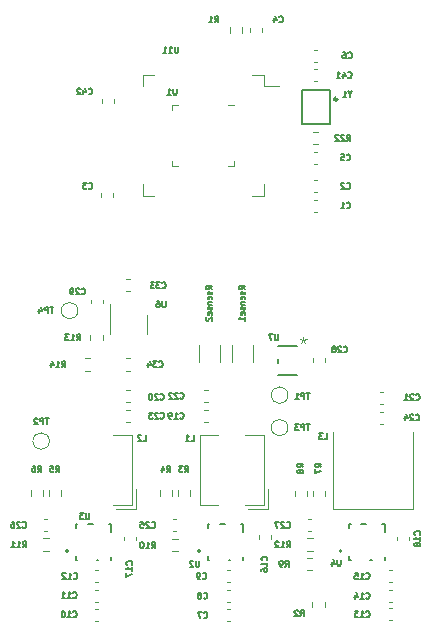
<source format=gbo>
%TF.GenerationSoftware,KiCad,Pcbnew,(6.0.6)*%
%TF.CreationDate,2022-07-08T14:59:32+02:00*%
%TF.ProjectId,XCOMMS_Interface,58434f4d-4d53-45f4-996e-746572666163,rev?*%
%TF.SameCoordinates,Original*%
%TF.FileFunction,Legend,Bot*%
%TF.FilePolarity,Positive*%
%FSLAX46Y46*%
G04 Gerber Fmt 4.6, Leading zero omitted, Abs format (unit mm)*
G04 Created by KiCad (PCBNEW (6.0.6)) date 2022-07-08 14:59:32*
%MOMM*%
%LPD*%
G01*
G04 APERTURE LIST*
%ADD10C,0.127000*%
%ADD11C,0.076200*%
%ADD12C,0.120000*%
%ADD13C,0.152400*%
%ADD14C,0.200000*%
%ADD15C,0.254000*%
G04 APERTURE END LIST*
D10*
%TO.C,U6*%
X143770047Y-100019791D02*
X143770047Y-100431029D01*
X143745857Y-100479410D01*
X143721666Y-100503601D01*
X143673285Y-100527791D01*
X143576523Y-100527791D01*
X143528142Y-100503601D01*
X143503952Y-100479410D01*
X143479761Y-100431029D01*
X143479761Y-100019791D01*
X143020142Y-100019791D02*
X143116904Y-100019791D01*
X143165285Y-100043982D01*
X143189476Y-100068172D01*
X143237857Y-100140743D01*
X143262047Y-100237505D01*
X143262047Y-100431029D01*
X143237857Y-100479410D01*
X143213666Y-100503601D01*
X143165285Y-100527791D01*
X143068523Y-100527791D01*
X143020142Y-100503601D01*
X142995952Y-100479410D01*
X142971761Y-100431029D01*
X142971761Y-100310077D01*
X142995952Y-100261696D01*
X143020142Y-100237505D01*
X143068523Y-100213315D01*
X143165285Y-100213315D01*
X143213666Y-100237505D01*
X143237857Y-100261696D01*
X143262047Y-100310077D01*
%TO.C,C9*%
X146896666Y-123498428D02*
X146920857Y-123522619D01*
X146993428Y-123546809D01*
X147041809Y-123546809D01*
X147114380Y-123522619D01*
X147162761Y-123474238D01*
X147186952Y-123425857D01*
X147211142Y-123329095D01*
X147211142Y-123256523D01*
X147186952Y-123159761D01*
X147162761Y-123111380D01*
X147114380Y-123063000D01*
X147041809Y-123038809D01*
X146993428Y-123038809D01*
X146920857Y-123063000D01*
X146896666Y-123087190D01*
X146654761Y-123546809D02*
X146558000Y-123546809D01*
X146509619Y-123522619D01*
X146485428Y-123498428D01*
X146437047Y-123425857D01*
X146412857Y-123329095D01*
X146412857Y-123135571D01*
X146437047Y-123087190D01*
X146461238Y-123063000D01*
X146509619Y-123038809D01*
X146606380Y-123038809D01*
X146654761Y-123063000D01*
X146678952Y-123087190D01*
X146703142Y-123135571D01*
X146703142Y-123256523D01*
X146678952Y-123304904D01*
X146654761Y-123329095D01*
X146606380Y-123353285D01*
X146509619Y-123353285D01*
X146461238Y-123329095D01*
X146437047Y-123304904D01*
X146412857Y-123256523D01*
%TO.C,R10*%
X142573469Y-120929809D02*
X142742802Y-120687904D01*
X142863755Y-120929809D02*
X142863755Y-120421809D01*
X142670231Y-120421809D01*
X142621850Y-120446000D01*
X142597659Y-120470190D01*
X142573469Y-120518571D01*
X142573469Y-120591142D01*
X142597659Y-120639523D01*
X142621850Y-120663714D01*
X142670231Y-120687904D01*
X142863755Y-120687904D01*
X142089659Y-120929809D02*
X142379945Y-120929809D01*
X142234802Y-120929809D02*
X142234802Y-120421809D01*
X142283183Y-120494380D01*
X142331564Y-120542761D01*
X142379945Y-120566952D01*
X141775183Y-120421809D02*
X141726802Y-120421809D01*
X141678421Y-120446000D01*
X141654231Y-120470190D01*
X141630040Y-120518571D01*
X141605850Y-120615333D01*
X141605850Y-120736285D01*
X141630040Y-120833047D01*
X141654231Y-120881428D01*
X141678421Y-120905619D01*
X141726802Y-120929809D01*
X141775183Y-120929809D01*
X141823564Y-120905619D01*
X141847755Y-120881428D01*
X141871945Y-120833047D01*
X141896136Y-120736285D01*
X141896136Y-120615333D01*
X141871945Y-120518571D01*
X141847755Y-120470190D01*
X141823564Y-120446000D01*
X141775183Y-120421809D01*
%TO.C,TP2*%
X133864047Y-109957809D02*
X133573761Y-109957809D01*
X133718904Y-110465809D02*
X133718904Y-109957809D01*
X133404428Y-110465809D02*
X133404428Y-109957809D01*
X133210904Y-109957809D01*
X133162523Y-109982000D01*
X133138333Y-110006190D01*
X133114142Y-110054571D01*
X133114142Y-110127142D01*
X133138333Y-110175523D01*
X133162523Y-110199714D01*
X133210904Y-110223904D01*
X133404428Y-110223904D01*
X132920619Y-110006190D02*
X132896428Y-109982000D01*
X132848047Y-109957809D01*
X132727095Y-109957809D01*
X132678714Y-109982000D01*
X132654523Y-110006190D01*
X132630333Y-110054571D01*
X132630333Y-110102952D01*
X132654523Y-110175523D01*
X132944809Y-110465809D01*
X132630333Y-110465809D01*
%TO.C,TP3*%
X155962047Y-110465809D02*
X155671761Y-110465809D01*
X155816904Y-110973809D02*
X155816904Y-110465809D01*
X155502428Y-110973809D02*
X155502428Y-110465809D01*
X155308904Y-110465809D01*
X155260523Y-110490000D01*
X155236333Y-110514190D01*
X155212142Y-110562571D01*
X155212142Y-110635142D01*
X155236333Y-110683523D01*
X155260523Y-110707714D01*
X155308904Y-110731904D01*
X155502428Y-110731904D01*
X155042809Y-110465809D02*
X154728333Y-110465809D01*
X154897666Y-110659333D01*
X154825095Y-110659333D01*
X154776714Y-110683523D01*
X154752523Y-110707714D01*
X154728333Y-110756095D01*
X154728333Y-110877047D01*
X154752523Y-110925428D01*
X154776714Y-110949619D01*
X154825095Y-110973809D01*
X154970238Y-110973809D01*
X155018619Y-110949619D01*
X155042809Y-110925428D01*
%TO.C,C41*%
X159203571Y-81080428D02*
X159227761Y-81104619D01*
X159300333Y-81128809D01*
X159348714Y-81128809D01*
X159421285Y-81104619D01*
X159469666Y-81056238D01*
X159493857Y-81007857D01*
X159518047Y-80911095D01*
X159518047Y-80838523D01*
X159493857Y-80741761D01*
X159469666Y-80693380D01*
X159421285Y-80645000D01*
X159348714Y-80620809D01*
X159300333Y-80620809D01*
X159227761Y-80645000D01*
X159203571Y-80669190D01*
X158768142Y-80790142D02*
X158768142Y-81128809D01*
X158889095Y-80596619D02*
X159010047Y-80959476D01*
X158695571Y-80959476D01*
X158235952Y-81128809D02*
X158526238Y-81128809D01*
X158381095Y-81128809D02*
X158381095Y-80620809D01*
X158429476Y-80693380D01*
X158477857Y-80741761D01*
X158526238Y-80765952D01*
%TO.C,R11*%
X131651469Y-120884344D02*
X131820802Y-120642439D01*
X131941755Y-120884344D02*
X131941755Y-120376344D01*
X131748231Y-120376344D01*
X131699850Y-120400535D01*
X131675659Y-120424725D01*
X131651469Y-120473106D01*
X131651469Y-120545677D01*
X131675659Y-120594058D01*
X131699850Y-120618249D01*
X131748231Y-120642439D01*
X131941755Y-120642439D01*
X131167659Y-120884344D02*
X131457945Y-120884344D01*
X131312802Y-120884344D02*
X131312802Y-120376344D01*
X131361183Y-120448915D01*
X131409564Y-120497296D01*
X131457945Y-120521487D01*
X130683850Y-120884344D02*
X130974136Y-120884344D01*
X130828993Y-120884344D02*
X130828993Y-120376344D01*
X130877374Y-120448915D01*
X130925755Y-120497296D01*
X130974136Y-120521487D01*
%TO.C,C12*%
X135962571Y-123498428D02*
X135986761Y-123522619D01*
X136059333Y-123546809D01*
X136107714Y-123546809D01*
X136180285Y-123522619D01*
X136228666Y-123474238D01*
X136252857Y-123425857D01*
X136277047Y-123329095D01*
X136277047Y-123256523D01*
X136252857Y-123159761D01*
X136228666Y-123111380D01*
X136180285Y-123063000D01*
X136107714Y-123038809D01*
X136059333Y-123038809D01*
X135986761Y-123063000D01*
X135962571Y-123087190D01*
X135478761Y-123546809D02*
X135769047Y-123546809D01*
X135623904Y-123546809D02*
X135623904Y-123038809D01*
X135672285Y-123111380D01*
X135720666Y-123159761D01*
X135769047Y-123183952D01*
X135285238Y-123087190D02*
X135261047Y-123063000D01*
X135212666Y-123038809D01*
X135091714Y-123038809D01*
X135043333Y-123063000D01*
X135019142Y-123087190D01*
X134994952Y-123135571D01*
X134994952Y-123183952D01*
X135019142Y-123256523D01*
X135309428Y-123546809D01*
X134994952Y-123546809D01*
%TO.C,C13*%
X160727571Y-126739963D02*
X160751761Y-126764154D01*
X160824333Y-126788344D01*
X160872714Y-126788344D01*
X160945285Y-126764154D01*
X160993666Y-126715773D01*
X161017857Y-126667392D01*
X161042047Y-126570630D01*
X161042047Y-126498058D01*
X161017857Y-126401296D01*
X160993666Y-126352915D01*
X160945285Y-126304535D01*
X160872714Y-126280344D01*
X160824333Y-126280344D01*
X160751761Y-126304535D01*
X160727571Y-126328725D01*
X160243761Y-126788344D02*
X160534047Y-126788344D01*
X160388904Y-126788344D02*
X160388904Y-126280344D01*
X160437285Y-126352915D01*
X160485666Y-126401296D01*
X160534047Y-126425487D01*
X160074428Y-126280344D02*
X159759952Y-126280344D01*
X159929285Y-126473868D01*
X159856714Y-126473868D01*
X159808333Y-126498058D01*
X159784142Y-126522249D01*
X159759952Y-126570630D01*
X159759952Y-126691582D01*
X159784142Y-126739963D01*
X159808333Y-126764154D01*
X159856714Y-126788344D01*
X160001857Y-126788344D01*
X160050238Y-126764154D01*
X160074428Y-126739963D01*
%TO.C,R7*%
X156954707Y-114115333D02*
X156712802Y-113946000D01*
X156954707Y-113825047D02*
X156446707Y-113825047D01*
X156446707Y-114018571D01*
X156470898Y-114066952D01*
X156495088Y-114091142D01*
X156543469Y-114115333D01*
X156616040Y-114115333D01*
X156664421Y-114091142D01*
X156688612Y-114066952D01*
X156712802Y-114018571D01*
X156712802Y-113825047D01*
X156446707Y-114284666D02*
X156446707Y-114623333D01*
X156954707Y-114405619D01*
%TO.C,C5*%
X159088666Y-88065428D02*
X159112857Y-88089619D01*
X159185428Y-88113809D01*
X159233809Y-88113809D01*
X159306380Y-88089619D01*
X159354761Y-88041238D01*
X159378952Y-87992857D01*
X159403142Y-87896095D01*
X159403142Y-87823523D01*
X159378952Y-87726761D01*
X159354761Y-87678380D01*
X159306380Y-87630000D01*
X159233809Y-87605809D01*
X159185428Y-87605809D01*
X159112857Y-87630000D01*
X159088666Y-87654190D01*
X158629047Y-87605809D02*
X158870952Y-87605809D01*
X158895142Y-87847714D01*
X158870952Y-87823523D01*
X158822571Y-87799333D01*
X158701619Y-87799333D01*
X158653238Y-87823523D01*
X158629047Y-87847714D01*
X158604857Y-87896095D01*
X158604857Y-88017047D01*
X158629047Y-88065428D01*
X158653238Y-88089619D01*
X158701619Y-88113809D01*
X158822571Y-88113809D01*
X158870952Y-88089619D01*
X158895142Y-88065428D01*
%TO.C,C26*%
X131640571Y-119181428D02*
X131664761Y-119205619D01*
X131737333Y-119229809D01*
X131785714Y-119229809D01*
X131858285Y-119205619D01*
X131906666Y-119157238D01*
X131930857Y-119108857D01*
X131955047Y-119012095D01*
X131955047Y-118939523D01*
X131930857Y-118842761D01*
X131906666Y-118794380D01*
X131858285Y-118746000D01*
X131785714Y-118721809D01*
X131737333Y-118721809D01*
X131664761Y-118746000D01*
X131640571Y-118770190D01*
X131447047Y-118770190D02*
X131422857Y-118746000D01*
X131374476Y-118721809D01*
X131253523Y-118721809D01*
X131205142Y-118746000D01*
X131180952Y-118770190D01*
X131156761Y-118818571D01*
X131156761Y-118866952D01*
X131180952Y-118939523D01*
X131471238Y-119229809D01*
X131156761Y-119229809D01*
X130721333Y-118721809D02*
X130818095Y-118721809D01*
X130866476Y-118746000D01*
X130890666Y-118770190D01*
X130939047Y-118842761D01*
X130963238Y-118939523D01*
X130963238Y-119133047D01*
X130939047Y-119181428D01*
X130914857Y-119205619D01*
X130866476Y-119229809D01*
X130769714Y-119229809D01*
X130721333Y-119205619D01*
X130697142Y-119181428D01*
X130672952Y-119133047D01*
X130672952Y-119012095D01*
X130697142Y-118963714D01*
X130721333Y-118939523D01*
X130769714Y-118915333D01*
X130866476Y-118915333D01*
X130914857Y-118939523D01*
X130939047Y-118963714D01*
X130963238Y-119012095D01*
%TO.C,C25*%
X142573469Y-119181428D02*
X142597659Y-119205619D01*
X142670231Y-119229809D01*
X142718612Y-119229809D01*
X142791183Y-119205619D01*
X142839564Y-119157238D01*
X142863755Y-119108857D01*
X142887945Y-119012095D01*
X142887945Y-118939523D01*
X142863755Y-118842761D01*
X142839564Y-118794380D01*
X142791183Y-118746000D01*
X142718612Y-118721809D01*
X142670231Y-118721809D01*
X142597659Y-118746000D01*
X142573469Y-118770190D01*
X142379945Y-118770190D02*
X142355755Y-118746000D01*
X142307374Y-118721809D01*
X142186421Y-118721809D01*
X142138040Y-118746000D01*
X142113850Y-118770190D01*
X142089659Y-118818571D01*
X142089659Y-118866952D01*
X142113850Y-118939523D01*
X142404136Y-119229809D01*
X142089659Y-119229809D01*
X141630040Y-118721809D02*
X141871945Y-118721809D01*
X141896136Y-118963714D01*
X141871945Y-118939523D01*
X141823564Y-118915333D01*
X141702612Y-118915333D01*
X141654231Y-118939523D01*
X141630040Y-118963714D01*
X141605850Y-119012095D01*
X141605850Y-119133047D01*
X141630040Y-119181428D01*
X141654231Y-119205619D01*
X141702612Y-119229809D01*
X141823564Y-119229809D01*
X141871945Y-119205619D01*
X141896136Y-119181428D01*
%TO.C,C15*%
X160719673Y-123498428D02*
X160743863Y-123522619D01*
X160816435Y-123546809D01*
X160864816Y-123546809D01*
X160937387Y-123522619D01*
X160985768Y-123474238D01*
X161009959Y-123425857D01*
X161034149Y-123329095D01*
X161034149Y-123256523D01*
X161009959Y-123159761D01*
X160985768Y-123111380D01*
X160937387Y-123063000D01*
X160864816Y-123038809D01*
X160816435Y-123038809D01*
X160743863Y-123063000D01*
X160719673Y-123087190D01*
X160235863Y-123546809D02*
X160526149Y-123546809D01*
X160381006Y-123546809D02*
X160381006Y-123038809D01*
X160429387Y-123111380D01*
X160477768Y-123159761D01*
X160526149Y-123183952D01*
X159776244Y-123038809D02*
X160018149Y-123038809D01*
X160042340Y-123280714D01*
X160018149Y-123256523D01*
X159969768Y-123232333D01*
X159848816Y-123232333D01*
X159800435Y-123256523D01*
X159776244Y-123280714D01*
X159752054Y-123329095D01*
X159752054Y-123450047D01*
X159776244Y-123498428D01*
X159800435Y-123522619D01*
X159848816Y-123546809D01*
X159969768Y-123546809D01*
X160018149Y-123522619D01*
X160042340Y-123498428D01*
%TO.C,C16*%
X152334326Y-121974428D02*
X152358517Y-121950238D01*
X152382707Y-121877666D01*
X152382707Y-121829285D01*
X152358517Y-121756714D01*
X152310136Y-121708333D01*
X152261755Y-121684142D01*
X152164993Y-121659952D01*
X152092421Y-121659952D01*
X151995659Y-121684142D01*
X151947278Y-121708333D01*
X151898898Y-121756714D01*
X151874707Y-121829285D01*
X151874707Y-121877666D01*
X151898898Y-121950238D01*
X151923088Y-121974428D01*
X152382707Y-122458238D02*
X152382707Y-122167952D01*
X152382707Y-122313095D02*
X151874707Y-122313095D01*
X151947278Y-122264714D01*
X151995659Y-122216333D01*
X152019850Y-122167952D01*
X151874707Y-122893666D02*
X151874707Y-122796904D01*
X151898898Y-122748523D01*
X151923088Y-122724333D01*
X151995659Y-122675952D01*
X152092421Y-122651761D01*
X152285945Y-122651761D01*
X152334326Y-122675952D01*
X152358517Y-122700142D01*
X152382707Y-122748523D01*
X152382707Y-122845285D01*
X152358517Y-122893666D01*
X152334326Y-122917857D01*
X152285945Y-122942047D01*
X152164993Y-122942047D01*
X152116612Y-122917857D01*
X152092421Y-122893666D01*
X152068231Y-122845285D01*
X152068231Y-122748523D01*
X152092421Y-122700142D01*
X152116612Y-122675952D01*
X152164993Y-122651761D01*
%TO.C,C29*%
X136632475Y-99407505D02*
X136656665Y-99431696D01*
X136729237Y-99455886D01*
X136777618Y-99455886D01*
X136850189Y-99431696D01*
X136898570Y-99383315D01*
X136922761Y-99334934D01*
X136946951Y-99238172D01*
X136946951Y-99165600D01*
X136922761Y-99068838D01*
X136898570Y-99020457D01*
X136850189Y-98972077D01*
X136777618Y-98947886D01*
X136729237Y-98947886D01*
X136656665Y-98972077D01*
X136632475Y-98996267D01*
X136438951Y-98996267D02*
X136414761Y-98972077D01*
X136366380Y-98947886D01*
X136245427Y-98947886D01*
X136197046Y-98972077D01*
X136172856Y-98996267D01*
X136148665Y-99044648D01*
X136148665Y-99093029D01*
X136172856Y-99165600D01*
X136463142Y-99455886D01*
X136148665Y-99455886D01*
X135906761Y-99455886D02*
X135809999Y-99455886D01*
X135761618Y-99431696D01*
X135737427Y-99407505D01*
X135689046Y-99334934D01*
X135664856Y-99238172D01*
X135664856Y-99044648D01*
X135689046Y-98996267D01*
X135713237Y-98972077D01*
X135761618Y-98947886D01*
X135858380Y-98947886D01*
X135906761Y-98972077D01*
X135930951Y-98996267D01*
X135955142Y-99044648D01*
X135955142Y-99165600D01*
X135930951Y-99213981D01*
X135906761Y-99238172D01*
X135858380Y-99262362D01*
X135761618Y-99262362D01*
X135713237Y-99238172D01*
X135689046Y-99213981D01*
X135664856Y-99165600D01*
%TO.C,C20*%
X143315571Y-108336963D02*
X143339761Y-108361154D01*
X143412333Y-108385344D01*
X143460714Y-108385344D01*
X143533285Y-108361154D01*
X143581666Y-108312773D01*
X143605857Y-108264392D01*
X143630047Y-108167630D01*
X143630047Y-108095058D01*
X143605857Y-107998296D01*
X143581666Y-107949915D01*
X143533285Y-107901535D01*
X143460714Y-107877344D01*
X143412333Y-107877344D01*
X143339761Y-107901535D01*
X143315571Y-107925725D01*
X143122047Y-107925725D02*
X143097857Y-107901535D01*
X143049476Y-107877344D01*
X142928523Y-107877344D01*
X142880142Y-107901535D01*
X142855952Y-107925725D01*
X142831761Y-107974106D01*
X142831761Y-108022487D01*
X142855952Y-108095058D01*
X143146238Y-108385344D01*
X142831761Y-108385344D01*
X142517285Y-107877344D02*
X142468904Y-107877344D01*
X142420523Y-107901535D01*
X142396333Y-107925725D01*
X142372142Y-107974106D01*
X142347952Y-108070868D01*
X142347952Y-108191820D01*
X142372142Y-108288582D01*
X142396333Y-108336963D01*
X142420523Y-108361154D01*
X142468904Y-108385344D01*
X142517285Y-108385344D01*
X142565666Y-108361154D01*
X142589857Y-108336963D01*
X142614047Y-108288582D01*
X142638238Y-108191820D01*
X142638238Y-108070868D01*
X142614047Y-107974106D01*
X142589857Y-107925725D01*
X142565666Y-107901535D01*
X142517285Y-107877344D01*
%TO.C,C3*%
X137244666Y-90478428D02*
X137268857Y-90502619D01*
X137341428Y-90526809D01*
X137389809Y-90526809D01*
X137462380Y-90502619D01*
X137510761Y-90454238D01*
X137534952Y-90405857D01*
X137559142Y-90309095D01*
X137559142Y-90236523D01*
X137534952Y-90139761D01*
X137510761Y-90091380D01*
X137462380Y-90043000D01*
X137389809Y-90018809D01*
X137341428Y-90018809D01*
X137268857Y-90043000D01*
X137244666Y-90067190D01*
X137075333Y-90018809D02*
X136760857Y-90018809D01*
X136930190Y-90212333D01*
X136857619Y-90212333D01*
X136809238Y-90236523D01*
X136785047Y-90260714D01*
X136760857Y-90309095D01*
X136760857Y-90430047D01*
X136785047Y-90478428D01*
X136809238Y-90502619D01*
X136857619Y-90526809D01*
X137002761Y-90526809D01*
X137051142Y-90502619D01*
X137075333Y-90478428D01*
%TO.C,C2*%
X159088666Y-90478428D02*
X159112857Y-90502619D01*
X159185428Y-90526809D01*
X159233809Y-90526809D01*
X159306380Y-90502619D01*
X159354761Y-90454238D01*
X159378952Y-90405857D01*
X159403142Y-90309095D01*
X159403142Y-90236523D01*
X159378952Y-90139761D01*
X159354761Y-90091380D01*
X159306380Y-90043000D01*
X159233809Y-90018809D01*
X159185428Y-90018809D01*
X159112857Y-90043000D01*
X159088666Y-90067190D01*
X158895142Y-90067190D02*
X158870952Y-90043000D01*
X158822571Y-90018809D01*
X158701619Y-90018809D01*
X158653238Y-90043000D01*
X158629047Y-90067190D01*
X158604857Y-90115571D01*
X158604857Y-90163952D01*
X158629047Y-90236523D01*
X158919333Y-90526809D01*
X158604857Y-90526809D01*
%TO.C,C6*%
X159215666Y-79429428D02*
X159239857Y-79453619D01*
X159312428Y-79477809D01*
X159360809Y-79477809D01*
X159433380Y-79453619D01*
X159481761Y-79405238D01*
X159505952Y-79356857D01*
X159530142Y-79260095D01*
X159530142Y-79187523D01*
X159505952Y-79090761D01*
X159481761Y-79042380D01*
X159433380Y-78994000D01*
X159360809Y-78969809D01*
X159312428Y-78969809D01*
X159239857Y-78994000D01*
X159215666Y-79018190D01*
X158780238Y-78969809D02*
X158877000Y-78969809D01*
X158925380Y-78994000D01*
X158949571Y-79018190D01*
X158997952Y-79090761D01*
X159022142Y-79187523D01*
X159022142Y-79381047D01*
X158997952Y-79429428D01*
X158973761Y-79453619D01*
X158925380Y-79477809D01*
X158828619Y-79477809D01*
X158780238Y-79453619D01*
X158756047Y-79429428D01*
X158731857Y-79381047D01*
X158731857Y-79260095D01*
X158756047Y-79211714D01*
X158780238Y-79187523D01*
X158828619Y-79163333D01*
X158925380Y-79163333D01*
X158973761Y-79187523D01*
X158997952Y-79211714D01*
X159022142Y-79260095D01*
%TO.C,C17*%
X140904326Y-122359963D02*
X140928517Y-122335773D01*
X140952707Y-122263201D01*
X140952707Y-122214820D01*
X140928517Y-122142249D01*
X140880136Y-122093868D01*
X140831755Y-122069677D01*
X140734993Y-122045487D01*
X140662421Y-122045487D01*
X140565659Y-122069677D01*
X140517278Y-122093868D01*
X140468898Y-122142249D01*
X140444707Y-122214820D01*
X140444707Y-122263201D01*
X140468898Y-122335773D01*
X140493088Y-122359963D01*
X140952707Y-122843773D02*
X140952707Y-122553487D01*
X140952707Y-122698630D02*
X140444707Y-122698630D01*
X140517278Y-122650249D01*
X140565659Y-122601868D01*
X140589850Y-122553487D01*
X140444707Y-123013106D02*
X140444707Y-123351773D01*
X140952707Y-123134058D01*
%TO.C,R6*%
X132933564Y-114488211D02*
X133102898Y-114246306D01*
X133223850Y-114488211D02*
X133223850Y-113980211D01*
X133030326Y-113980211D01*
X132981945Y-114004402D01*
X132957755Y-114028592D01*
X132933564Y-114076973D01*
X132933564Y-114149544D01*
X132957755Y-114197925D01*
X132981945Y-114222116D01*
X133030326Y-114246306D01*
X133223850Y-114246306D01*
X132498136Y-113980211D02*
X132594898Y-113980211D01*
X132643278Y-114004402D01*
X132667469Y-114028592D01*
X132715850Y-114101163D01*
X132740040Y-114197925D01*
X132740040Y-114391449D01*
X132715850Y-114439830D01*
X132691659Y-114464021D01*
X132643278Y-114488211D01*
X132546517Y-114488211D01*
X132498136Y-114464021D01*
X132473945Y-114439830D01*
X132449755Y-114391449D01*
X132449755Y-114270497D01*
X132473945Y-114222116D01*
X132498136Y-114197925D01*
X132546517Y-114173735D01*
X132643278Y-114173735D01*
X132691659Y-114197925D01*
X132715850Y-114222116D01*
X132740040Y-114270497D01*
%TO.C,Rsense1*%
X150470809Y-99041857D02*
X150228904Y-98872523D01*
X150470809Y-98751571D02*
X149962809Y-98751571D01*
X149962809Y-98945095D01*
X149987000Y-98993476D01*
X150011190Y-99017666D01*
X150059571Y-99041857D01*
X150132142Y-99041857D01*
X150180523Y-99017666D01*
X150204714Y-98993476D01*
X150228904Y-98945095D01*
X150228904Y-98751571D01*
X150446619Y-99235380D02*
X150470809Y-99283761D01*
X150470809Y-99380523D01*
X150446619Y-99428904D01*
X150398238Y-99453095D01*
X150374047Y-99453095D01*
X150325666Y-99428904D01*
X150301476Y-99380523D01*
X150301476Y-99307952D01*
X150277285Y-99259571D01*
X150228904Y-99235380D01*
X150204714Y-99235380D01*
X150156333Y-99259571D01*
X150132142Y-99307952D01*
X150132142Y-99380523D01*
X150156333Y-99428904D01*
X150446619Y-99864333D02*
X150470809Y-99815952D01*
X150470809Y-99719190D01*
X150446619Y-99670809D01*
X150398238Y-99646619D01*
X150204714Y-99646619D01*
X150156333Y-99670809D01*
X150132142Y-99719190D01*
X150132142Y-99815952D01*
X150156333Y-99864333D01*
X150204714Y-99888523D01*
X150253095Y-99888523D01*
X150301476Y-99646619D01*
X150132142Y-100106238D02*
X150470809Y-100106238D01*
X150180523Y-100106238D02*
X150156333Y-100130428D01*
X150132142Y-100178809D01*
X150132142Y-100251380D01*
X150156333Y-100299761D01*
X150204714Y-100323952D01*
X150470809Y-100323952D01*
X150446619Y-100541666D02*
X150470809Y-100590047D01*
X150470809Y-100686809D01*
X150446619Y-100735190D01*
X150398238Y-100759380D01*
X150374047Y-100759380D01*
X150325666Y-100735190D01*
X150301476Y-100686809D01*
X150301476Y-100614238D01*
X150277285Y-100565857D01*
X150228904Y-100541666D01*
X150204714Y-100541666D01*
X150156333Y-100565857D01*
X150132142Y-100614238D01*
X150132142Y-100686809D01*
X150156333Y-100735190D01*
X150446619Y-101170619D02*
X150470809Y-101122238D01*
X150470809Y-101025476D01*
X150446619Y-100977095D01*
X150398238Y-100952904D01*
X150204714Y-100952904D01*
X150156333Y-100977095D01*
X150132142Y-101025476D01*
X150132142Y-101122238D01*
X150156333Y-101170619D01*
X150204714Y-101194809D01*
X150253095Y-101194809D01*
X150301476Y-100952904D01*
X150470809Y-101678619D02*
X150470809Y-101388333D01*
X150470809Y-101533476D02*
X149962809Y-101533476D01*
X150035380Y-101485095D01*
X150083761Y-101436714D01*
X150107952Y-101388333D01*
%TO.C,L1*%
X145880666Y-111862809D02*
X146122571Y-111862809D01*
X146122571Y-111354809D01*
X145445238Y-111862809D02*
X145735523Y-111862809D01*
X145590380Y-111862809D02*
X145590380Y-111354809D01*
X145638761Y-111427380D01*
X145687142Y-111475761D01*
X145735523Y-111499952D01*
%TO.C,U7*%
X153295041Y-102845797D02*
X153295041Y-103257035D01*
X153270851Y-103305416D01*
X153246660Y-103329607D01*
X153198279Y-103353797D01*
X153101517Y-103353797D01*
X153053136Y-103329607D01*
X153028946Y-103305416D01*
X153004755Y-103257035D01*
X153004755Y-102845797D01*
X152811232Y-102845797D02*
X152472565Y-102845797D01*
X152690279Y-103353797D01*
D11*
X155422654Y-103063511D02*
X155422654Y-103365892D01*
X155725035Y-103244940D02*
X155422654Y-103365892D01*
X155120273Y-103244940D01*
X155604083Y-103607797D02*
X155422654Y-103365892D01*
X155241225Y-103607797D01*
D10*
%TO.C,C10*%
X135919673Y-126741893D02*
X135943863Y-126766084D01*
X136016435Y-126790274D01*
X136064816Y-126790274D01*
X136137387Y-126766084D01*
X136185768Y-126717703D01*
X136209959Y-126669322D01*
X136234149Y-126572560D01*
X136234149Y-126499988D01*
X136209959Y-126403226D01*
X136185768Y-126354845D01*
X136137387Y-126306465D01*
X136064816Y-126282274D01*
X136016435Y-126282274D01*
X135943863Y-126306465D01*
X135919673Y-126330655D01*
X135435863Y-126790274D02*
X135726149Y-126790274D01*
X135581006Y-126790274D02*
X135581006Y-126282274D01*
X135629387Y-126354845D01*
X135677768Y-126403226D01*
X135726149Y-126427417D01*
X135121387Y-126282274D02*
X135073006Y-126282274D01*
X135024625Y-126306465D01*
X135000435Y-126330655D01*
X134976244Y-126379036D01*
X134952054Y-126475798D01*
X134952054Y-126596750D01*
X134976244Y-126693512D01*
X135000435Y-126741893D01*
X135024625Y-126766084D01*
X135073006Y-126790274D01*
X135121387Y-126790274D01*
X135169768Y-126766084D01*
X135193959Y-126741893D01*
X135218149Y-126693512D01*
X135242340Y-126596750D01*
X135242340Y-126475798D01*
X135218149Y-126379036D01*
X135193959Y-126330655D01*
X135169768Y-126306465D01*
X135121387Y-126282274D01*
%TO.C,R8*%
X155429809Y-114115333D02*
X155187904Y-113946000D01*
X155429809Y-113825047D02*
X154921809Y-113825047D01*
X154921809Y-114018571D01*
X154946000Y-114066952D01*
X154970190Y-114091142D01*
X155018571Y-114115333D01*
X155091142Y-114115333D01*
X155139523Y-114091142D01*
X155163714Y-114066952D01*
X155187904Y-114018571D01*
X155187904Y-113825047D01*
X155139523Y-114405619D02*
X155115333Y-114357238D01*
X155091142Y-114333047D01*
X155042761Y-114308857D01*
X155018571Y-114308857D01*
X154970190Y-114333047D01*
X154946000Y-114357238D01*
X154921809Y-114405619D01*
X154921809Y-114502380D01*
X154946000Y-114550761D01*
X154970190Y-114574952D01*
X155018571Y-114599142D01*
X155042761Y-114599142D01*
X155091142Y-114574952D01*
X155115333Y-114550761D01*
X155139523Y-114502380D01*
X155139523Y-114405619D01*
X155163714Y-114357238D01*
X155187904Y-114333047D01*
X155236285Y-114308857D01*
X155333047Y-114308857D01*
X155381428Y-114333047D01*
X155405619Y-114357238D01*
X155429809Y-114405619D01*
X155429809Y-114502380D01*
X155405619Y-114550761D01*
X155381428Y-114574952D01*
X155333047Y-114599142D01*
X155236285Y-114599142D01*
X155187904Y-114574952D01*
X155163714Y-114550761D01*
X155139523Y-114502380D01*
%TO.C,R22*%
X159076571Y-86462809D02*
X159245904Y-86220904D01*
X159366857Y-86462809D02*
X159366857Y-85954809D01*
X159173333Y-85954809D01*
X159124952Y-85979000D01*
X159100761Y-86003190D01*
X159076571Y-86051571D01*
X159076571Y-86124142D01*
X159100761Y-86172523D01*
X159124952Y-86196714D01*
X159173333Y-86220904D01*
X159366857Y-86220904D01*
X158883047Y-86003190D02*
X158858857Y-85979000D01*
X158810476Y-85954809D01*
X158689523Y-85954809D01*
X158641142Y-85979000D01*
X158616952Y-86003190D01*
X158592761Y-86051571D01*
X158592761Y-86099952D01*
X158616952Y-86172523D01*
X158907238Y-86462809D01*
X158592761Y-86462809D01*
X158399238Y-86003190D02*
X158375047Y-85979000D01*
X158326666Y-85954809D01*
X158205714Y-85954809D01*
X158157333Y-85979000D01*
X158133142Y-86003190D01*
X158108952Y-86051571D01*
X158108952Y-86099952D01*
X158133142Y-86172523D01*
X158423428Y-86462809D01*
X158108952Y-86462809D01*
%TO.C,C23*%
X143315571Y-109936963D02*
X143339761Y-109961154D01*
X143412333Y-109985344D01*
X143460714Y-109985344D01*
X143533285Y-109961154D01*
X143581666Y-109912773D01*
X143605857Y-109864392D01*
X143630047Y-109767630D01*
X143630047Y-109695058D01*
X143605857Y-109598296D01*
X143581666Y-109549915D01*
X143533285Y-109501535D01*
X143460714Y-109477344D01*
X143412333Y-109477344D01*
X143339761Y-109501535D01*
X143315571Y-109525725D01*
X143122047Y-109525725D02*
X143097857Y-109501535D01*
X143049476Y-109477344D01*
X142928523Y-109477344D01*
X142880142Y-109501535D01*
X142855952Y-109525725D01*
X142831761Y-109574106D01*
X142831761Y-109622487D01*
X142855952Y-109695058D01*
X143146238Y-109985344D01*
X142831761Y-109985344D01*
X142662428Y-109477344D02*
X142347952Y-109477344D01*
X142517285Y-109670868D01*
X142444714Y-109670868D01*
X142396333Y-109695058D01*
X142372142Y-109719249D01*
X142347952Y-109767630D01*
X142347952Y-109888582D01*
X142372142Y-109936963D01*
X142396333Y-109961154D01*
X142444714Y-109985344D01*
X142589857Y-109985344D01*
X142638238Y-109961154D01*
X142662428Y-109936963D01*
%TO.C,R2*%
X155151666Y-126721809D02*
X155321000Y-126479904D01*
X155441952Y-126721809D02*
X155441952Y-126213809D01*
X155248428Y-126213809D01*
X155200047Y-126238000D01*
X155175857Y-126262190D01*
X155151666Y-126310571D01*
X155151666Y-126383142D01*
X155175857Y-126431523D01*
X155200047Y-126455714D01*
X155248428Y-126479904D01*
X155441952Y-126479904D01*
X154958142Y-126262190D02*
X154933952Y-126238000D01*
X154885571Y-126213809D01*
X154764619Y-126213809D01*
X154716238Y-126238000D01*
X154692047Y-126262190D01*
X154667857Y-126310571D01*
X154667857Y-126358952D01*
X154692047Y-126431523D01*
X154982333Y-126721809D01*
X154667857Y-126721809D01*
%TO.C,U3*%
X137299945Y-117983152D02*
X137299945Y-118394390D01*
X137275755Y-118442771D01*
X137251564Y-118466962D01*
X137203183Y-118491152D01*
X137106421Y-118491152D01*
X137058040Y-118466962D01*
X137033850Y-118442771D01*
X137009659Y-118394390D01*
X137009659Y-117983152D01*
X136816136Y-117983152D02*
X136501659Y-117983152D01*
X136670993Y-118176676D01*
X136598421Y-118176676D01*
X136550040Y-118200866D01*
X136525850Y-118225057D01*
X136501659Y-118273438D01*
X136501659Y-118394390D01*
X136525850Y-118442771D01*
X136550040Y-118466962D01*
X136598421Y-118491152D01*
X136743564Y-118491152D01*
X136791945Y-118466962D01*
X136816136Y-118442771D01*
%TO.C,R14*%
X134946571Y-105639809D02*
X135115904Y-105397904D01*
X135236857Y-105639809D02*
X135236857Y-105131809D01*
X135043333Y-105131809D01*
X134994952Y-105156000D01*
X134970761Y-105180190D01*
X134946571Y-105228571D01*
X134946571Y-105301142D01*
X134970761Y-105349523D01*
X134994952Y-105373714D01*
X135043333Y-105397904D01*
X135236857Y-105397904D01*
X134462761Y-105639809D02*
X134753047Y-105639809D01*
X134607904Y-105639809D02*
X134607904Y-105131809D01*
X134656285Y-105204380D01*
X134704666Y-105252761D01*
X134753047Y-105276952D01*
X134027333Y-105301142D02*
X134027333Y-105639809D01*
X134148285Y-105107619D02*
X134269238Y-105470476D01*
X133954761Y-105470476D01*
%TO.C,R5*%
X134457564Y-114488211D02*
X134626898Y-114246306D01*
X134747850Y-114488211D02*
X134747850Y-113980211D01*
X134554326Y-113980211D01*
X134505945Y-114004402D01*
X134481755Y-114028592D01*
X134457564Y-114076973D01*
X134457564Y-114149544D01*
X134481755Y-114197925D01*
X134505945Y-114222116D01*
X134554326Y-114246306D01*
X134747850Y-114246306D01*
X133997945Y-113980211D02*
X134239850Y-113980211D01*
X134264040Y-114222116D01*
X134239850Y-114197925D01*
X134191469Y-114173735D01*
X134070517Y-114173735D01*
X134022136Y-114197925D01*
X133997945Y-114222116D01*
X133973755Y-114270497D01*
X133973755Y-114391449D01*
X133997945Y-114439830D01*
X134022136Y-114464021D01*
X134070517Y-114488211D01*
X134191469Y-114488211D01*
X134239850Y-114464021D01*
X134264040Y-114439830D01*
%TO.C,C22*%
X144979571Y-108248358D02*
X145003761Y-108272549D01*
X145076333Y-108296739D01*
X145124714Y-108296739D01*
X145197285Y-108272549D01*
X145245666Y-108224168D01*
X145269857Y-108175787D01*
X145294047Y-108079025D01*
X145294047Y-108006453D01*
X145269857Y-107909691D01*
X145245666Y-107861310D01*
X145197285Y-107812930D01*
X145124714Y-107788739D01*
X145076333Y-107788739D01*
X145003761Y-107812930D01*
X144979571Y-107837120D01*
X144786047Y-107837120D02*
X144761857Y-107812930D01*
X144713476Y-107788739D01*
X144592523Y-107788739D01*
X144544142Y-107812930D01*
X144519952Y-107837120D01*
X144495761Y-107885501D01*
X144495761Y-107933882D01*
X144519952Y-108006453D01*
X144810238Y-108296739D01*
X144495761Y-108296739D01*
X144302238Y-107837120D02*
X144278047Y-107812930D01*
X144229666Y-107788739D01*
X144108714Y-107788739D01*
X144060333Y-107812930D01*
X144036142Y-107837120D01*
X144011952Y-107885501D01*
X144011952Y-107933882D01*
X144036142Y-108006453D01*
X144326428Y-108296739D01*
X144011952Y-108296739D01*
%TO.C,R12*%
X154003469Y-120884344D02*
X154172802Y-120642439D01*
X154293755Y-120884344D02*
X154293755Y-120376344D01*
X154100231Y-120376344D01*
X154051850Y-120400535D01*
X154027659Y-120424725D01*
X154003469Y-120473106D01*
X154003469Y-120545677D01*
X154027659Y-120594058D01*
X154051850Y-120618249D01*
X154100231Y-120642439D01*
X154293755Y-120642439D01*
X153519659Y-120884344D02*
X153809945Y-120884344D01*
X153664802Y-120884344D02*
X153664802Y-120376344D01*
X153713183Y-120448915D01*
X153761564Y-120497296D01*
X153809945Y-120521487D01*
X153326136Y-120424725D02*
X153301945Y-120400535D01*
X153253564Y-120376344D01*
X153132612Y-120376344D01*
X153084231Y-120400535D01*
X153060040Y-120424725D01*
X153035850Y-120473106D01*
X153035850Y-120521487D01*
X153060040Y-120594058D01*
X153350326Y-120884344D01*
X153035850Y-120884344D01*
%TO.C,C24*%
X164925469Y-110089963D02*
X164949659Y-110114154D01*
X165022231Y-110138344D01*
X165070612Y-110138344D01*
X165143183Y-110114154D01*
X165191564Y-110065773D01*
X165215755Y-110017392D01*
X165239945Y-109920630D01*
X165239945Y-109848058D01*
X165215755Y-109751296D01*
X165191564Y-109702915D01*
X165143183Y-109654535D01*
X165070612Y-109630344D01*
X165022231Y-109630344D01*
X164949659Y-109654535D01*
X164925469Y-109678725D01*
X164731945Y-109678725D02*
X164707755Y-109654535D01*
X164659374Y-109630344D01*
X164538421Y-109630344D01*
X164490040Y-109654535D01*
X164465850Y-109678725D01*
X164441659Y-109727106D01*
X164441659Y-109775487D01*
X164465850Y-109848058D01*
X164756136Y-110138344D01*
X164441659Y-110138344D01*
X164006231Y-109799677D02*
X164006231Y-110138344D01*
X164127183Y-109606154D02*
X164248136Y-109969011D01*
X163933659Y-109969011D01*
%TO.C,Rsense2*%
X147676809Y-99041857D02*
X147434904Y-98872523D01*
X147676809Y-98751571D02*
X147168809Y-98751571D01*
X147168809Y-98945095D01*
X147193000Y-98993476D01*
X147217190Y-99017666D01*
X147265571Y-99041857D01*
X147338142Y-99041857D01*
X147386523Y-99017666D01*
X147410714Y-98993476D01*
X147434904Y-98945095D01*
X147434904Y-98751571D01*
X147652619Y-99235380D02*
X147676809Y-99283761D01*
X147676809Y-99380523D01*
X147652619Y-99428904D01*
X147604238Y-99453095D01*
X147580047Y-99453095D01*
X147531666Y-99428904D01*
X147507476Y-99380523D01*
X147507476Y-99307952D01*
X147483285Y-99259571D01*
X147434904Y-99235380D01*
X147410714Y-99235380D01*
X147362333Y-99259571D01*
X147338142Y-99307952D01*
X147338142Y-99380523D01*
X147362333Y-99428904D01*
X147652619Y-99864333D02*
X147676809Y-99815952D01*
X147676809Y-99719190D01*
X147652619Y-99670809D01*
X147604238Y-99646619D01*
X147410714Y-99646619D01*
X147362333Y-99670809D01*
X147338142Y-99719190D01*
X147338142Y-99815952D01*
X147362333Y-99864333D01*
X147410714Y-99888523D01*
X147459095Y-99888523D01*
X147507476Y-99646619D01*
X147338142Y-100106238D02*
X147676809Y-100106238D01*
X147386523Y-100106238D02*
X147362333Y-100130428D01*
X147338142Y-100178809D01*
X147338142Y-100251380D01*
X147362333Y-100299761D01*
X147410714Y-100323952D01*
X147676809Y-100323952D01*
X147652619Y-100541666D02*
X147676809Y-100590047D01*
X147676809Y-100686809D01*
X147652619Y-100735190D01*
X147604238Y-100759380D01*
X147580047Y-100759380D01*
X147531666Y-100735190D01*
X147507476Y-100686809D01*
X147507476Y-100614238D01*
X147483285Y-100565857D01*
X147434904Y-100541666D01*
X147410714Y-100541666D01*
X147362333Y-100565857D01*
X147338142Y-100614238D01*
X147338142Y-100686809D01*
X147362333Y-100735190D01*
X147652619Y-101170619D02*
X147676809Y-101122238D01*
X147676809Y-101025476D01*
X147652619Y-100977095D01*
X147604238Y-100952904D01*
X147410714Y-100952904D01*
X147362333Y-100977095D01*
X147338142Y-101025476D01*
X147338142Y-101122238D01*
X147362333Y-101170619D01*
X147410714Y-101194809D01*
X147459095Y-101194809D01*
X147507476Y-100952904D01*
X147217190Y-101388333D02*
X147193000Y-101412523D01*
X147168809Y-101460904D01*
X147168809Y-101581857D01*
X147193000Y-101630238D01*
X147217190Y-101654428D01*
X147265571Y-101678619D01*
X147313952Y-101678619D01*
X147386523Y-101654428D01*
X147676809Y-101364142D01*
X147676809Y-101678619D01*
%TO.C,U11*%
X144819708Y-78484309D02*
X144819708Y-78895547D01*
X144795517Y-78943928D01*
X144771327Y-78968119D01*
X144722946Y-78992309D01*
X144626184Y-78992309D01*
X144577803Y-78968119D01*
X144553613Y-78943928D01*
X144529422Y-78895547D01*
X144529422Y-78484309D01*
X144021422Y-78992309D02*
X144311708Y-78992309D01*
X144166565Y-78992309D02*
X144166565Y-78484309D01*
X144214946Y-78556880D01*
X144263327Y-78605261D01*
X144311708Y-78629452D01*
X143537613Y-78992309D02*
X143827898Y-78992309D01*
X143682756Y-78992309D02*
X143682756Y-78484309D01*
X143731136Y-78556880D01*
X143779517Y-78605261D01*
X143827898Y-78629452D01*
%TO.C,L2*%
X141816666Y-111862809D02*
X142058571Y-111862809D01*
X142058571Y-111354809D01*
X141671523Y-111403190D02*
X141647333Y-111379000D01*
X141598952Y-111354809D01*
X141478000Y-111354809D01*
X141429619Y-111379000D01*
X141405428Y-111403190D01*
X141381238Y-111451571D01*
X141381238Y-111499952D01*
X141405428Y-111572523D01*
X141695714Y-111862809D01*
X141381238Y-111862809D01*
%TO.C,R3*%
X145379564Y-114497809D02*
X145548898Y-114255904D01*
X145669850Y-114497809D02*
X145669850Y-113989809D01*
X145476326Y-113989809D01*
X145427945Y-114014000D01*
X145403755Y-114038190D01*
X145379564Y-114086571D01*
X145379564Y-114159142D01*
X145403755Y-114207523D01*
X145427945Y-114231714D01*
X145476326Y-114255904D01*
X145669850Y-114255904D01*
X145210231Y-113989809D02*
X144895755Y-113989809D01*
X145065088Y-114183333D01*
X144992517Y-114183333D01*
X144944136Y-114207523D01*
X144919945Y-114231714D01*
X144895755Y-114280095D01*
X144895755Y-114401047D01*
X144919945Y-114449428D01*
X144944136Y-114473619D01*
X144992517Y-114497809D01*
X145137659Y-114497809D01*
X145186040Y-114473619D01*
X145210231Y-114449428D01*
%TO.C,C18*%
X165288326Y-119819963D02*
X165312517Y-119795773D01*
X165336707Y-119723201D01*
X165336707Y-119674820D01*
X165312517Y-119602249D01*
X165264136Y-119553868D01*
X165215755Y-119529677D01*
X165118993Y-119505487D01*
X165046421Y-119505487D01*
X164949659Y-119529677D01*
X164901278Y-119553868D01*
X164852898Y-119602249D01*
X164828707Y-119674820D01*
X164828707Y-119723201D01*
X164852898Y-119795773D01*
X164877088Y-119819963D01*
X165336707Y-120303773D02*
X165336707Y-120013487D01*
X165336707Y-120158630D02*
X164828707Y-120158630D01*
X164901278Y-120110249D01*
X164949659Y-120061868D01*
X164973850Y-120013487D01*
X165046421Y-120594058D02*
X165022231Y-120545677D01*
X164998040Y-120521487D01*
X164949659Y-120497296D01*
X164925469Y-120497296D01*
X164877088Y-120521487D01*
X164852898Y-120545677D01*
X164828707Y-120594058D01*
X164828707Y-120690820D01*
X164852898Y-120739201D01*
X164877088Y-120763392D01*
X164925469Y-120787582D01*
X164949659Y-120787582D01*
X164998040Y-120763392D01*
X165022231Y-120739201D01*
X165046421Y-120690820D01*
X165046421Y-120594058D01*
X165070612Y-120545677D01*
X165094802Y-120521487D01*
X165143183Y-120497296D01*
X165239945Y-120497296D01*
X165288326Y-120521487D01*
X165312517Y-120545677D01*
X165336707Y-120594058D01*
X165336707Y-120690820D01*
X165312517Y-120739201D01*
X165288326Y-120763392D01*
X165239945Y-120787582D01*
X165143183Y-120787582D01*
X165094802Y-120763392D01*
X165070612Y-120739201D01*
X165046421Y-120690820D01*
%TO.C,R1*%
X147912666Y-76429809D02*
X148082000Y-76187904D01*
X148202952Y-76429809D02*
X148202952Y-75921809D01*
X148009428Y-75921809D01*
X147961047Y-75946000D01*
X147936857Y-75970190D01*
X147912666Y-76018571D01*
X147912666Y-76091142D01*
X147936857Y-76139523D01*
X147961047Y-76163714D01*
X148009428Y-76187904D01*
X148202952Y-76187904D01*
X147428857Y-76429809D02*
X147719142Y-76429809D01*
X147574000Y-76429809D02*
X147574000Y-75921809D01*
X147622380Y-75994380D01*
X147670761Y-76042761D01*
X147719142Y-76066952D01*
%TO.C,C1*%
X159088666Y-92129428D02*
X159112857Y-92153619D01*
X159185428Y-92177809D01*
X159233809Y-92177809D01*
X159306380Y-92153619D01*
X159354761Y-92105238D01*
X159378952Y-92056857D01*
X159403142Y-91960095D01*
X159403142Y-91887523D01*
X159378952Y-91790761D01*
X159354761Y-91742380D01*
X159306380Y-91694000D01*
X159233809Y-91669809D01*
X159185428Y-91669809D01*
X159112857Y-91694000D01*
X159088666Y-91718190D01*
X158604857Y-92177809D02*
X158895142Y-92177809D01*
X158750000Y-92177809D02*
X158750000Y-91669809D01*
X158798380Y-91742380D01*
X158846761Y-91790761D01*
X158895142Y-91814952D01*
%TO.C,C33*%
X143455571Y-98906326D02*
X143479761Y-98930517D01*
X143552333Y-98954707D01*
X143600714Y-98954707D01*
X143673285Y-98930517D01*
X143721666Y-98882136D01*
X143745857Y-98833755D01*
X143770047Y-98736993D01*
X143770047Y-98664421D01*
X143745857Y-98567659D01*
X143721666Y-98519278D01*
X143673285Y-98470898D01*
X143600714Y-98446707D01*
X143552333Y-98446707D01*
X143479761Y-98470898D01*
X143455571Y-98495088D01*
X143286238Y-98446707D02*
X142971761Y-98446707D01*
X143141095Y-98640231D01*
X143068523Y-98640231D01*
X143020142Y-98664421D01*
X142995952Y-98688612D01*
X142971761Y-98736993D01*
X142971761Y-98857945D01*
X142995952Y-98906326D01*
X143020142Y-98930517D01*
X143068523Y-98954707D01*
X143213666Y-98954707D01*
X143262047Y-98930517D01*
X143286238Y-98906326D01*
X142802428Y-98446707D02*
X142487952Y-98446707D01*
X142657285Y-98640231D01*
X142584714Y-98640231D01*
X142536333Y-98664421D01*
X142512142Y-98688612D01*
X142487952Y-98736993D01*
X142487952Y-98857945D01*
X142512142Y-98906326D01*
X142536333Y-98930517D01*
X142584714Y-98954707D01*
X142729857Y-98954707D01*
X142778238Y-98930517D01*
X142802428Y-98906326D01*
%TO.C,C7*%
X146977768Y-126833893D02*
X147001959Y-126858084D01*
X147074530Y-126882274D01*
X147122911Y-126882274D01*
X147195482Y-126858084D01*
X147243863Y-126809703D01*
X147268054Y-126761322D01*
X147292244Y-126664560D01*
X147292244Y-126591988D01*
X147268054Y-126495226D01*
X147243863Y-126446845D01*
X147195482Y-126398465D01*
X147122911Y-126374274D01*
X147074530Y-126374274D01*
X147001959Y-126398465D01*
X146977768Y-126422655D01*
X146808435Y-126374274D02*
X146469768Y-126374274D01*
X146687482Y-126882274D01*
%TO.C,TP1*%
X155962047Y-107798809D02*
X155671761Y-107798809D01*
X155816904Y-108306809D02*
X155816904Y-107798809D01*
X155502428Y-108306809D02*
X155502428Y-107798809D01*
X155308904Y-107798809D01*
X155260523Y-107823000D01*
X155236333Y-107847190D01*
X155212142Y-107895571D01*
X155212142Y-107968142D01*
X155236333Y-108016523D01*
X155260523Y-108040714D01*
X155308904Y-108064904D01*
X155502428Y-108064904D01*
X154728333Y-108306809D02*
X155018619Y-108306809D01*
X154873476Y-108306809D02*
X154873476Y-107798809D01*
X154921857Y-107871380D01*
X154970238Y-107919761D01*
X155018619Y-107943952D01*
%TO.C,C42*%
X137232571Y-82477428D02*
X137256761Y-82501619D01*
X137329333Y-82525809D01*
X137377714Y-82525809D01*
X137450285Y-82501619D01*
X137498666Y-82453238D01*
X137522857Y-82404857D01*
X137547047Y-82308095D01*
X137547047Y-82235523D01*
X137522857Y-82138761D01*
X137498666Y-82090380D01*
X137450285Y-82042000D01*
X137377714Y-82017809D01*
X137329333Y-82017809D01*
X137256761Y-82042000D01*
X137232571Y-82066190D01*
X136797142Y-82187142D02*
X136797142Y-82525809D01*
X136918095Y-81993619D02*
X137039047Y-82356476D01*
X136724571Y-82356476D01*
X136555238Y-82066190D02*
X136531047Y-82042000D01*
X136482666Y-82017809D01*
X136361714Y-82017809D01*
X136313333Y-82042000D01*
X136289142Y-82066190D01*
X136264952Y-82114571D01*
X136264952Y-82162952D01*
X136289142Y-82235523D01*
X136579428Y-82525809D01*
X136264952Y-82525809D01*
%TO.C,C8*%
X146977768Y-125168893D02*
X147001959Y-125193084D01*
X147074530Y-125217274D01*
X147122911Y-125217274D01*
X147195482Y-125193084D01*
X147243863Y-125144703D01*
X147268054Y-125096322D01*
X147292244Y-124999560D01*
X147292244Y-124926988D01*
X147268054Y-124830226D01*
X147243863Y-124781845D01*
X147195482Y-124733465D01*
X147122911Y-124709274D01*
X147074530Y-124709274D01*
X147001959Y-124733465D01*
X146977768Y-124757655D01*
X146687482Y-124926988D02*
X146735863Y-124902798D01*
X146760054Y-124878607D01*
X146784244Y-124830226D01*
X146784244Y-124806036D01*
X146760054Y-124757655D01*
X146735863Y-124733465D01*
X146687482Y-124709274D01*
X146590721Y-124709274D01*
X146542340Y-124733465D01*
X146518149Y-124757655D01*
X146493959Y-124806036D01*
X146493959Y-124830226D01*
X146518149Y-124878607D01*
X146542340Y-124902798D01*
X146590721Y-124926988D01*
X146687482Y-124926988D01*
X146735863Y-124951179D01*
X146760054Y-124975369D01*
X146784244Y-125023750D01*
X146784244Y-125120512D01*
X146760054Y-125168893D01*
X146735863Y-125193084D01*
X146687482Y-125217274D01*
X146590721Y-125217274D01*
X146542340Y-125193084D01*
X146518149Y-125168893D01*
X146493959Y-125120512D01*
X146493959Y-125023750D01*
X146518149Y-124975369D01*
X146542340Y-124951179D01*
X146590721Y-124926988D01*
%TO.C,U2*%
X146587047Y-122014608D02*
X146587047Y-122425846D01*
X146562857Y-122474227D01*
X146538666Y-122498418D01*
X146490285Y-122522608D01*
X146393523Y-122522608D01*
X146345142Y-122498418D01*
X146320952Y-122474227D01*
X146296761Y-122425846D01*
X146296761Y-122014608D01*
X146079047Y-122062989D02*
X146054857Y-122038799D01*
X146006476Y-122014608D01*
X145885523Y-122014608D01*
X145837142Y-122038799D01*
X145812952Y-122062989D01*
X145788761Y-122111370D01*
X145788761Y-122159751D01*
X145812952Y-122232322D01*
X146103238Y-122522608D01*
X145788761Y-122522608D01*
%TO.C,C27*%
X154003469Y-119181428D02*
X154027659Y-119205619D01*
X154100231Y-119229809D01*
X154148612Y-119229809D01*
X154221183Y-119205619D01*
X154269564Y-119157238D01*
X154293755Y-119108857D01*
X154317945Y-119012095D01*
X154317945Y-118939523D01*
X154293755Y-118842761D01*
X154269564Y-118794380D01*
X154221183Y-118746000D01*
X154148612Y-118721809D01*
X154100231Y-118721809D01*
X154027659Y-118746000D01*
X154003469Y-118770190D01*
X153809945Y-118770190D02*
X153785755Y-118746000D01*
X153737374Y-118721809D01*
X153616421Y-118721809D01*
X153568040Y-118746000D01*
X153543850Y-118770190D01*
X153519659Y-118818571D01*
X153519659Y-118866952D01*
X153543850Y-118939523D01*
X153834136Y-119229809D01*
X153519659Y-119229809D01*
X153350326Y-118721809D02*
X153011659Y-118721809D01*
X153229374Y-119229809D01*
%TO.C,TP4*%
X134245047Y-100559809D02*
X133954761Y-100559809D01*
X134099904Y-101067809D02*
X134099904Y-100559809D01*
X133785428Y-101067809D02*
X133785428Y-100559809D01*
X133591904Y-100559809D01*
X133543523Y-100584000D01*
X133519333Y-100608190D01*
X133495142Y-100656571D01*
X133495142Y-100729142D01*
X133519333Y-100777523D01*
X133543523Y-100801714D01*
X133591904Y-100825904D01*
X133785428Y-100825904D01*
X133059714Y-100729142D02*
X133059714Y-101067809D01*
X133180666Y-100535619D02*
X133301619Y-100898476D01*
X132987142Y-100898476D01*
%TO.C,C14*%
X160719673Y-125168893D02*
X160743863Y-125193084D01*
X160816435Y-125217274D01*
X160864816Y-125217274D01*
X160937387Y-125193084D01*
X160985768Y-125144703D01*
X161009959Y-125096322D01*
X161034149Y-124999560D01*
X161034149Y-124926988D01*
X161009959Y-124830226D01*
X160985768Y-124781845D01*
X160937387Y-124733465D01*
X160864816Y-124709274D01*
X160816435Y-124709274D01*
X160743863Y-124733465D01*
X160719673Y-124757655D01*
X160235863Y-125217274D02*
X160526149Y-125217274D01*
X160381006Y-125217274D02*
X160381006Y-124709274D01*
X160429387Y-124781845D01*
X160477768Y-124830226D01*
X160526149Y-124854417D01*
X159800435Y-124878607D02*
X159800435Y-125217274D01*
X159921387Y-124685084D02*
X160042340Y-125047941D01*
X159727863Y-125047941D01*
%TO.C,R9*%
X153881666Y-122530809D02*
X154051000Y-122288904D01*
X154171952Y-122530809D02*
X154171952Y-122022809D01*
X153978428Y-122022809D01*
X153930047Y-122047000D01*
X153905857Y-122071190D01*
X153881666Y-122119571D01*
X153881666Y-122192142D01*
X153905857Y-122240523D01*
X153930047Y-122264714D01*
X153978428Y-122288904D01*
X154171952Y-122288904D01*
X153639761Y-122530809D02*
X153543000Y-122530809D01*
X153494619Y-122506619D01*
X153470428Y-122482428D01*
X153422047Y-122409857D01*
X153397857Y-122313095D01*
X153397857Y-122119571D01*
X153422047Y-122071190D01*
X153446238Y-122047000D01*
X153494619Y-122022809D01*
X153591380Y-122022809D01*
X153639761Y-122047000D01*
X153663952Y-122071190D01*
X153688142Y-122119571D01*
X153688142Y-122240523D01*
X153663952Y-122288904D01*
X153639761Y-122313095D01*
X153591380Y-122337285D01*
X153494619Y-122337285D01*
X153446238Y-122313095D01*
X153422047Y-122288904D01*
X153397857Y-122240523D01*
%TO.C,C28*%
X158822571Y-104321428D02*
X158846761Y-104345619D01*
X158919333Y-104369809D01*
X158967714Y-104369809D01*
X159040285Y-104345619D01*
X159088666Y-104297238D01*
X159112857Y-104248857D01*
X159137047Y-104152095D01*
X159137047Y-104079523D01*
X159112857Y-103982761D01*
X159088666Y-103934380D01*
X159040285Y-103886000D01*
X158967714Y-103861809D01*
X158919333Y-103861809D01*
X158846761Y-103886000D01*
X158822571Y-103910190D01*
X158629047Y-103910190D02*
X158604857Y-103886000D01*
X158556476Y-103861809D01*
X158435523Y-103861809D01*
X158387142Y-103886000D01*
X158362952Y-103910190D01*
X158338761Y-103958571D01*
X158338761Y-104006952D01*
X158362952Y-104079523D01*
X158653238Y-104369809D01*
X158338761Y-104369809D01*
X158048476Y-104079523D02*
X158096857Y-104055333D01*
X158121047Y-104031142D01*
X158145238Y-103982761D01*
X158145238Y-103958571D01*
X158121047Y-103910190D01*
X158096857Y-103886000D01*
X158048476Y-103861809D01*
X157951714Y-103861809D01*
X157903333Y-103886000D01*
X157879142Y-103910190D01*
X157854952Y-103958571D01*
X157854952Y-103982761D01*
X157879142Y-104031142D01*
X157903333Y-104055333D01*
X157951714Y-104079523D01*
X158048476Y-104079523D01*
X158096857Y-104103714D01*
X158121047Y-104127904D01*
X158145238Y-104176285D01*
X158145238Y-104273047D01*
X158121047Y-104321428D01*
X158096857Y-104345619D01*
X158048476Y-104369809D01*
X157951714Y-104369809D01*
X157903333Y-104345619D01*
X157879142Y-104321428D01*
X157854952Y-104273047D01*
X157854952Y-104176285D01*
X157879142Y-104127904D01*
X157903333Y-104103714D01*
X157951714Y-104079523D01*
%TO.C,C19*%
X144972673Y-109926893D02*
X144996863Y-109951084D01*
X145069435Y-109975274D01*
X145117816Y-109975274D01*
X145190387Y-109951084D01*
X145238768Y-109902703D01*
X145262959Y-109854322D01*
X145287149Y-109757560D01*
X145287149Y-109684988D01*
X145262959Y-109588226D01*
X145238768Y-109539845D01*
X145190387Y-109491465D01*
X145117816Y-109467274D01*
X145069435Y-109467274D01*
X144996863Y-109491465D01*
X144972673Y-109515655D01*
X144488863Y-109975274D02*
X144779149Y-109975274D01*
X144634006Y-109975274D02*
X144634006Y-109467274D01*
X144682387Y-109539845D01*
X144730768Y-109588226D01*
X144779149Y-109612417D01*
X144246959Y-109975274D02*
X144150197Y-109975274D01*
X144101816Y-109951084D01*
X144077625Y-109926893D01*
X144029244Y-109854322D01*
X144005054Y-109757560D01*
X144005054Y-109564036D01*
X144029244Y-109515655D01*
X144053435Y-109491465D01*
X144101816Y-109467274D01*
X144198578Y-109467274D01*
X144246959Y-109491465D01*
X144271149Y-109515655D01*
X144295340Y-109564036D01*
X144295340Y-109684988D01*
X144271149Y-109733369D01*
X144246959Y-109757560D01*
X144198578Y-109781750D01*
X144101816Y-109781750D01*
X144053435Y-109757560D01*
X144029244Y-109733369D01*
X144005054Y-109684988D01*
%TO.C,U1*%
X144704803Y-82040309D02*
X144704803Y-82451547D01*
X144680613Y-82499928D01*
X144656422Y-82524119D01*
X144608041Y-82548309D01*
X144511279Y-82548309D01*
X144462898Y-82524119D01*
X144438708Y-82499928D01*
X144414517Y-82451547D01*
X144414517Y-82040309D01*
X143906517Y-82548309D02*
X144196803Y-82548309D01*
X144051660Y-82548309D02*
X144051660Y-82040309D01*
X144100041Y-82112880D01*
X144148422Y-82161261D01*
X144196803Y-82185452D01*
%TO.C,R4*%
X143855564Y-114497809D02*
X144024898Y-114255904D01*
X144145850Y-114497809D02*
X144145850Y-113989809D01*
X143952326Y-113989809D01*
X143903945Y-114014000D01*
X143879755Y-114038190D01*
X143855564Y-114086571D01*
X143855564Y-114159142D01*
X143879755Y-114207523D01*
X143903945Y-114231714D01*
X143952326Y-114255904D01*
X144145850Y-114255904D01*
X143420136Y-114159142D02*
X143420136Y-114497809D01*
X143541088Y-113965619D02*
X143662040Y-114328476D01*
X143347564Y-114328476D01*
%TO.C,C4*%
X153373666Y-76381428D02*
X153397857Y-76405619D01*
X153470428Y-76429809D01*
X153518809Y-76429809D01*
X153591380Y-76405619D01*
X153639761Y-76357238D01*
X153663952Y-76308857D01*
X153688142Y-76212095D01*
X153688142Y-76139523D01*
X153663952Y-76042761D01*
X153639761Y-75994380D01*
X153591380Y-75946000D01*
X153518809Y-75921809D01*
X153470428Y-75921809D01*
X153397857Y-75946000D01*
X153373666Y-75970190D01*
X152938238Y-76091142D02*
X152938238Y-76429809D01*
X153059190Y-75897619D02*
X153180142Y-76260476D01*
X152865666Y-76260476D01*
%TO.C,L3*%
X157183666Y-111735809D02*
X157425571Y-111735809D01*
X157425571Y-111227809D01*
X157062714Y-111227809D02*
X156748238Y-111227809D01*
X156917571Y-111421333D01*
X156845000Y-111421333D01*
X156796619Y-111445523D01*
X156772428Y-111469714D01*
X156748238Y-111518095D01*
X156748238Y-111639047D01*
X156772428Y-111687428D01*
X156796619Y-111711619D01*
X156845000Y-111735809D01*
X156990142Y-111735809D01*
X157038523Y-111711619D01*
X157062714Y-111687428D01*
%TO.C,C11*%
X135919673Y-125122893D02*
X135943863Y-125147084D01*
X136016435Y-125171274D01*
X136064816Y-125171274D01*
X136137387Y-125147084D01*
X136185768Y-125098703D01*
X136209959Y-125050322D01*
X136234149Y-124953560D01*
X136234149Y-124880988D01*
X136209959Y-124784226D01*
X136185768Y-124735845D01*
X136137387Y-124687465D01*
X136064816Y-124663274D01*
X136016435Y-124663274D01*
X135943863Y-124687465D01*
X135919673Y-124711655D01*
X135435863Y-125171274D02*
X135726149Y-125171274D01*
X135581006Y-125171274D02*
X135581006Y-124663274D01*
X135629387Y-124735845D01*
X135677768Y-124784226D01*
X135726149Y-124808417D01*
X134952054Y-125171274D02*
X135242340Y-125171274D01*
X135097197Y-125171274D02*
X135097197Y-124663274D01*
X135145578Y-124735845D01*
X135193959Y-124784226D01*
X135242340Y-124808417D01*
%TO.C,C21*%
X164944569Y-108365563D02*
X164968759Y-108389754D01*
X165041331Y-108413944D01*
X165089712Y-108413944D01*
X165162283Y-108389754D01*
X165210664Y-108341373D01*
X165234855Y-108292992D01*
X165259045Y-108196230D01*
X165259045Y-108123658D01*
X165234855Y-108026896D01*
X165210664Y-107978515D01*
X165162283Y-107930135D01*
X165089712Y-107905944D01*
X165041331Y-107905944D01*
X164968759Y-107930135D01*
X164944569Y-107954325D01*
X164751045Y-107954325D02*
X164726855Y-107930135D01*
X164678474Y-107905944D01*
X164557521Y-107905944D01*
X164509140Y-107930135D01*
X164484950Y-107954325D01*
X164460759Y-108002706D01*
X164460759Y-108051087D01*
X164484950Y-108123658D01*
X164775236Y-108413944D01*
X164460759Y-108413944D01*
X163976950Y-108413944D02*
X164267236Y-108413944D01*
X164122093Y-108413944D02*
X164122093Y-107905944D01*
X164170474Y-107978515D01*
X164218855Y-108026896D01*
X164267236Y-108051087D01*
%TO.C,R13*%
X136216571Y-103353809D02*
X136385904Y-103111904D01*
X136506857Y-103353809D02*
X136506857Y-102845809D01*
X136313333Y-102845809D01*
X136264952Y-102870000D01*
X136240761Y-102894190D01*
X136216571Y-102942571D01*
X136216571Y-103015142D01*
X136240761Y-103063523D01*
X136264952Y-103087714D01*
X136313333Y-103111904D01*
X136506857Y-103111904D01*
X135732761Y-103353809D02*
X136023047Y-103353809D01*
X135877904Y-103353809D02*
X135877904Y-102845809D01*
X135926285Y-102918380D01*
X135974666Y-102966761D01*
X136023047Y-102990952D01*
X135563428Y-102845809D02*
X135248952Y-102845809D01*
X135418285Y-103039333D01*
X135345714Y-103039333D01*
X135297333Y-103063523D01*
X135273142Y-103087714D01*
X135248952Y-103136095D01*
X135248952Y-103257047D01*
X135273142Y-103305428D01*
X135297333Y-103329619D01*
X135345714Y-103353809D01*
X135490857Y-103353809D01*
X135539238Y-103329619D01*
X135563428Y-103305428D01*
%TO.C,Y1*%
X159372904Y-82537904D02*
X159372904Y-82779809D01*
X159542238Y-82271809D02*
X159372904Y-82537904D01*
X159203571Y-82271809D01*
X158768142Y-82779809D02*
X159058428Y-82779809D01*
X158913285Y-82779809D02*
X158913285Y-82271809D01*
X158961666Y-82344380D01*
X159010047Y-82392761D01*
X159058428Y-82416952D01*
%TO.C,U4*%
X158587047Y-121921809D02*
X158587047Y-122333047D01*
X158562857Y-122381428D01*
X158538666Y-122405619D01*
X158490285Y-122429809D01*
X158393523Y-122429809D01*
X158345142Y-122405619D01*
X158320952Y-122381428D01*
X158296761Y-122333047D01*
X158296761Y-121921809D01*
X157837142Y-122091142D02*
X157837142Y-122429809D01*
X157958095Y-121897619D02*
X158079047Y-122260476D01*
X157764571Y-122260476D01*
%TO.C,C34*%
X143201571Y-105581428D02*
X143225761Y-105605619D01*
X143298333Y-105629809D01*
X143346714Y-105629809D01*
X143419285Y-105605619D01*
X143467666Y-105557238D01*
X143491857Y-105508857D01*
X143516047Y-105412095D01*
X143516047Y-105339523D01*
X143491857Y-105242761D01*
X143467666Y-105194380D01*
X143419285Y-105146000D01*
X143346714Y-105121809D01*
X143298333Y-105121809D01*
X143225761Y-105146000D01*
X143201571Y-105170190D01*
X143032238Y-105121809D02*
X142717761Y-105121809D01*
X142887095Y-105315333D01*
X142814523Y-105315333D01*
X142766142Y-105339523D01*
X142741952Y-105363714D01*
X142717761Y-105412095D01*
X142717761Y-105533047D01*
X142741952Y-105581428D01*
X142766142Y-105605619D01*
X142814523Y-105629809D01*
X142959666Y-105629809D01*
X143008047Y-105605619D01*
X143032238Y-105581428D01*
X142282333Y-105291142D02*
X142282333Y-105629809D01*
X142403285Y-105097619D02*
X142524238Y-105460476D01*
X142209761Y-105460476D01*
D12*
%TO.C,U6*%
X142149000Y-102049905D02*
X142149000Y-101249905D01*
X142149000Y-102049905D02*
X142149000Y-102849905D01*
X139029000Y-102049905D02*
X139029000Y-102849905D01*
X139029000Y-102049905D02*
X139029000Y-100249905D01*
%TO.C,C9*%
X149238580Y-123827000D02*
X148957420Y-123827000D01*
X149238580Y-122807000D02*
X148957420Y-122807000D01*
%TO.C,R10*%
X144770156Y-120177500D02*
X144295640Y-120177500D01*
X144770156Y-121222500D02*
X144295640Y-121222500D01*
%TO.C,TP2*%
X133923000Y-111887000D02*
G75*
G03*
X133923000Y-111887000I-700000J0D01*
G01*
%TO.C,TP3*%
X154116000Y-110744000D02*
G75*
G03*
X154116000Y-110744000I-700000J0D01*
G01*
%TO.C,C41*%
X156604580Y-81409000D02*
X156323420Y-81409000D01*
X156604580Y-80389000D02*
X156323420Y-80389000D01*
%TO.C,R11*%
X133848156Y-121177035D02*
X133373640Y-121177035D01*
X133848156Y-120132035D02*
X133373640Y-120132035D01*
%TO.C,C12*%
X138062580Y-122807000D02*
X137781420Y-122807000D01*
X138062580Y-123827000D02*
X137781420Y-123827000D01*
%TO.C,C13*%
X162673420Y-125982000D02*
X162954580Y-125982000D01*
X162673420Y-127002000D02*
X162954580Y-127002000D01*
%TO.C,R7*%
X157247398Y-116099277D02*
X157247398Y-116573793D01*
X156202398Y-116099277D02*
X156202398Y-116573793D01*
%TO.C,C5*%
X156323420Y-88394000D02*
X156604580Y-88394000D01*
X156323420Y-87374000D02*
X156604580Y-87374000D01*
%TO.C,C26*%
X133740580Y-118490000D02*
X133459420Y-118490000D01*
X133740580Y-119510000D02*
X133459420Y-119510000D01*
%TO.C,C25*%
X144673478Y-118490000D02*
X144392318Y-118490000D01*
X144673478Y-119510000D02*
X144392318Y-119510000D01*
%TO.C,C15*%
X162673420Y-122807000D02*
X162954580Y-122807000D01*
X162673420Y-123827000D02*
X162954580Y-123827000D01*
%TO.C,C16*%
X151642898Y-119874420D02*
X151642898Y-120155580D01*
X152662898Y-119874420D02*
X152662898Y-120155580D01*
%TO.C,C29*%
X137412000Y-99935420D02*
X137412000Y-100216580D01*
X138432000Y-99935420D02*
X138432000Y-100216580D01*
%TO.C,C20*%
X140448420Y-107567000D02*
X140729580Y-107567000D01*
X140448420Y-108587000D02*
X140729580Y-108587000D01*
%TO.C,C3*%
X139321000Y-91199580D02*
X139321000Y-90918420D01*
X138301000Y-91199580D02*
X138301000Y-90918420D01*
%TO.C,C2*%
X156323420Y-89787000D02*
X156604580Y-89787000D01*
X156323420Y-90807000D02*
X156604580Y-90807000D01*
%TO.C,C6*%
X156604580Y-79758000D02*
X156323420Y-79758000D01*
X156604580Y-78738000D02*
X156323420Y-78738000D01*
%TO.C,C17*%
X141232898Y-120005955D02*
X141232898Y-120287115D01*
X140212898Y-120005955D02*
X140212898Y-120287115D01*
%TO.C,R6*%
X132326398Y-116053144D02*
X132326398Y-116527660D01*
X133371398Y-116053144D02*
X133371398Y-116527660D01*
%TO.C,Rsense1*%
X149340000Y-105227064D02*
X149340000Y-103772936D01*
X151160000Y-105227064D02*
X151160000Y-103772936D01*
%TO.C,L1*%
X152078898Y-117274535D02*
X150508898Y-117274535D01*
X152078898Y-117274535D02*
X152078898Y-111334535D01*
X148208898Y-111334535D02*
X146638898Y-111334535D01*
X152458898Y-117654535D02*
X152458898Y-115924535D01*
X148208898Y-117274535D02*
X146638898Y-117274535D01*
X150728898Y-117654535D02*
X152458898Y-117654535D01*
X146638898Y-117274535D02*
X146638898Y-111334535D01*
X152078898Y-111334535D02*
X150508898Y-111334535D01*
D13*
%TO.C,U7*%
X153234495Y-106286346D02*
X154885495Y-106286346D01*
X153234495Y-105244705D02*
X153234495Y-104914987D01*
X153234495Y-103873346D02*
X154885495Y-103873346D01*
D12*
%TO.C,C10*%
X138062580Y-127129000D02*
X137781420Y-127129000D01*
X138062580Y-126109000D02*
X137781420Y-126109000D01*
%TO.C,R8*%
X154678398Y-116099277D02*
X154678398Y-116573793D01*
X155723398Y-116099277D02*
X155723398Y-116573793D01*
%TO.C,R22*%
X156701258Y-86755500D02*
X156226742Y-86755500D01*
X156701258Y-85710500D02*
X156226742Y-85710500D01*
%TO.C,C23*%
X140448420Y-109245535D02*
X140729580Y-109245535D01*
X140448420Y-110265535D02*
X140729580Y-110265535D01*
%TO.C,R2*%
X157240500Y-125967258D02*
X157240500Y-125492742D01*
X156195500Y-125967258D02*
X156195500Y-125492742D01*
D10*
%TO.C,U3*%
X136153401Y-121946835D02*
X136153401Y-121641835D01*
X137168401Y-118946835D02*
X137578401Y-118946835D01*
X138943401Y-118946835D02*
X139153401Y-118946835D01*
X136153401Y-118946835D02*
X136153401Y-119251835D01*
X139153401Y-121666835D02*
X139153401Y-121946835D01*
X136278401Y-118946835D02*
X136153401Y-118946835D01*
X136278401Y-121946835D02*
X136153401Y-121946835D01*
X138043401Y-121946835D02*
X137943401Y-121946835D01*
X139153401Y-118946835D02*
X139153401Y-119566835D01*
D14*
X135503401Y-121196835D02*
G75*
G03*
X135503401Y-121196835I-100000J0D01*
G01*
D12*
%TO.C,R14*%
X136922742Y-105932500D02*
X137397258Y-105932500D01*
X136922742Y-104887500D02*
X137397258Y-104887500D01*
%TO.C,R5*%
X133850398Y-116053144D02*
X133850398Y-116527660D01*
X134895398Y-116053144D02*
X134895398Y-116527660D01*
%TO.C,C22*%
X147333580Y-107561465D02*
X147052420Y-107561465D01*
X147333580Y-108581465D02*
X147052420Y-108581465D01*
%TO.C,R12*%
X156200156Y-120132035D02*
X155725640Y-120132035D01*
X156200156Y-121177035D02*
X155725640Y-121177035D01*
%TO.C,C24*%
X161911420Y-109394000D02*
X162192580Y-109394000D01*
X161911420Y-110414000D02*
X162192580Y-110414000D01*
%TO.C,Rsense2*%
X146546000Y-105227064D02*
X146546000Y-103772936D01*
X148366000Y-105227064D02*
X148366000Y-103772936D01*
%TO.C,U11*%
X151099749Y-80891495D02*
X152049749Y-80891495D01*
X152049749Y-81841495D02*
X153389749Y-81841495D01*
X152049749Y-91111495D02*
X152049749Y-90161495D01*
X141829749Y-91111495D02*
X141829749Y-90161495D01*
X151099749Y-91111495D02*
X152049749Y-91111495D01*
X152049749Y-80891495D02*
X152049749Y-81841495D01*
X142779749Y-80891495D02*
X141829749Y-80891495D01*
X141829749Y-80891495D02*
X141829749Y-81841495D01*
X142779749Y-91111495D02*
X141829749Y-91111495D01*
%TO.C,L2*%
X141282898Y-117654535D02*
X141282898Y-115924535D01*
X140902898Y-111334535D02*
X139332898Y-111334535D01*
X139552898Y-117654535D02*
X141282898Y-117654535D01*
X140902898Y-117274535D02*
X139332898Y-117274535D01*
X140902898Y-117274535D02*
X140902898Y-111334535D01*
%TO.C,R3*%
X144772398Y-116062742D02*
X144772398Y-116537258D01*
X145817398Y-116062742D02*
X145817398Y-116537258D01*
%TO.C,C18*%
X164346898Y-120005955D02*
X164346898Y-120287115D01*
X163326898Y-120005955D02*
X163326898Y-120287115D01*
%TO.C,R1*%
X149210500Y-77326258D02*
X149210500Y-76851742D01*
X150255500Y-77326258D02*
X150255500Y-76851742D01*
%TO.C,C1*%
X156323420Y-92458000D02*
X156604580Y-92458000D01*
X156323420Y-91438000D02*
X156604580Y-91438000D01*
%TO.C,C33*%
X140729580Y-99210000D02*
X140448420Y-99210000D01*
X140729580Y-98190000D02*
X140448420Y-98190000D01*
%TO.C,C7*%
X149238580Y-126109000D02*
X148957420Y-126109000D01*
X149238580Y-127129000D02*
X148957420Y-127129000D01*
%TO.C,TP1*%
X154116000Y-108000000D02*
G75*
G03*
X154116000Y-108000000I-700000J0D01*
G01*
%TO.C,C42*%
X139366756Y-82939920D02*
X139366756Y-83221080D01*
X138346756Y-82939920D02*
X138346756Y-83221080D01*
%TO.C,C8*%
X149238580Y-125478000D02*
X148957420Y-125478000D01*
X149238580Y-124458000D02*
X148957420Y-124458000D01*
D10*
%TO.C,U2*%
X147329398Y-118946835D02*
X147329398Y-119251835D01*
X147329398Y-121946835D02*
X147329398Y-121641835D01*
X148344398Y-118946835D02*
X148754398Y-118946835D01*
X147454398Y-121946835D02*
X147329398Y-121946835D01*
X150329398Y-121666835D02*
X150329398Y-121946835D01*
X150119398Y-118946835D02*
X150329398Y-118946835D01*
X150329398Y-118946835D02*
X150329398Y-119566835D01*
X149219398Y-121946835D02*
X149119398Y-121946835D01*
X147454398Y-118946835D02*
X147329398Y-118946835D01*
D14*
X146679398Y-121196835D02*
G75*
G03*
X146679398Y-121196835I-100000J0D01*
G01*
D12*
%TO.C,C27*%
X156103478Y-119510000D02*
X155822318Y-119510000D01*
X156103478Y-118490000D02*
X155822318Y-118490000D01*
%TO.C,TP4*%
X136336000Y-100838000D02*
G75*
G03*
X136336000Y-100838000I-700000J0D01*
G01*
%TO.C,C14*%
X162673420Y-125478000D02*
X162954580Y-125478000D01*
X162673420Y-124458000D02*
X162954580Y-124458000D01*
%TO.C,R9*%
X156193258Y-121778500D02*
X155718742Y-121778500D01*
X156193258Y-122823500D02*
X155718742Y-122823500D01*
%TO.C,C28*%
X157260000Y-104867420D02*
X157260000Y-105148580D01*
X156240000Y-104867420D02*
X156240000Y-105148580D01*
%TO.C,C19*%
X147333580Y-109240000D02*
X147052420Y-109240000D01*
X147333580Y-110260000D02*
X147052420Y-110260000D01*
%TO.C,U1*%
X144329749Y-83391500D02*
X144329749Y-83866500D01*
X144804749Y-83391500D02*
X144329749Y-83391500D01*
X144329749Y-88611500D02*
X144329749Y-88136500D01*
X149074749Y-83391500D02*
X149549749Y-83391500D01*
X144804749Y-88611500D02*
X144329749Y-88611500D01*
X149074749Y-88611500D02*
X149549749Y-88611500D01*
X149549749Y-88611500D02*
X149549749Y-88136500D01*
%TO.C,R4*%
X143248398Y-116062742D02*
X143248398Y-116537258D01*
X144293398Y-116062742D02*
X144293398Y-116537258D01*
%TO.C,C4*%
X151894000Y-77216580D02*
X151894000Y-76935420D01*
X150874000Y-77216580D02*
X150874000Y-76935420D01*
%TO.C,L3*%
X164686885Y-117594536D02*
X164686885Y-111124536D01*
X157906885Y-117594536D02*
X157906885Y-111124536D01*
X164686885Y-117594536D02*
X157906885Y-117594536D01*
%TO.C,C11*%
X138062580Y-124458000D02*
X137781420Y-124458000D01*
X138062580Y-125478000D02*
X137781420Y-125478000D01*
%TO.C,C21*%
X161911420Y-108714000D02*
X162192580Y-108714000D01*
X161911420Y-107694000D02*
X162192580Y-107694000D01*
%TO.C,R13*%
X137399500Y-102886742D02*
X137399500Y-103361258D01*
X138444500Y-102886742D02*
X138444500Y-103361258D01*
D14*
%TO.C,Y1*%
X155277000Y-84998200D02*
X155277000Y-82198198D01*
X157677001Y-82198198D02*
X155277000Y-82198198D01*
X157677001Y-84998200D02*
X155277000Y-84998200D01*
X157677001Y-84998200D02*
X157677001Y-82198198D01*
D15*
X158284001Y-82948200D02*
G75*
G03*
X158284001Y-82948200I-127000J0D01*
G01*
D10*
%TO.C,U4*%
X160326102Y-118946835D02*
X160736102Y-118946835D01*
X162311102Y-118946835D02*
X162311102Y-119566835D01*
X159311102Y-121946835D02*
X159311102Y-121641835D01*
X162101102Y-118946835D02*
X162311102Y-118946835D01*
X161201102Y-121946835D02*
X161101102Y-121946835D01*
X162311102Y-121666835D02*
X162311102Y-121946835D01*
X159436102Y-121946835D02*
X159311102Y-121946835D01*
X159436102Y-118946835D02*
X159311102Y-118946835D01*
X159311102Y-118946835D02*
X159311102Y-119251835D01*
D14*
X158661102Y-121196835D02*
G75*
G03*
X158661102Y-121196835I-100000J0D01*
G01*
D12*
%TO.C,C34*%
X140729580Y-105910000D02*
X140448420Y-105910000D01*
X140729580Y-104890000D02*
X140448420Y-104890000D01*
%TD*%
M02*

</source>
